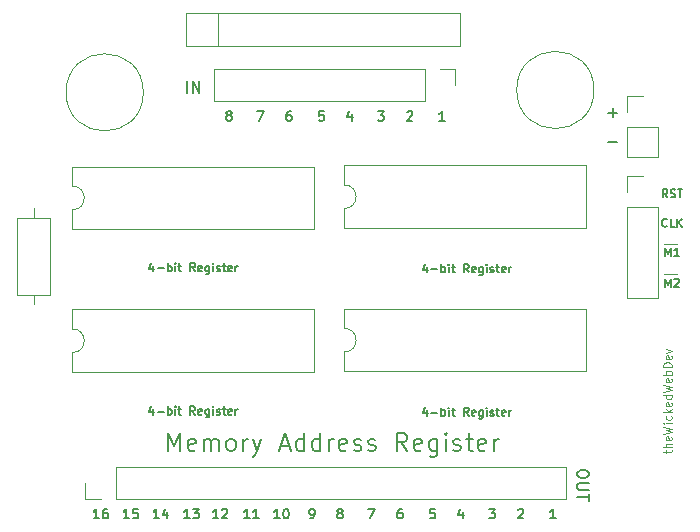
<source format=gbr>
%TF.GenerationSoftware,KiCad,Pcbnew,(5.1.9-0-10_14)*%
%TF.CreationDate,2021-04-21T15:02:01-04:00*%
%TF.ProjectId,MAR,4d41522e-6b69-4636-9164-5f7063625858,rev?*%
%TF.SameCoordinates,Original*%
%TF.FileFunction,Legend,Top*%
%TF.FilePolarity,Positive*%
%FSLAX46Y46*%
G04 Gerber Fmt 4.6, Leading zero omitted, Abs format (unit mm)*
G04 Created by KiCad (PCBNEW (5.1.9-0-10_14)) date 2021-04-21 15:02:01*
%MOMM*%
%LPD*%
G01*
G04 APERTURE LIST*
%ADD10C,0.120000*%
%ADD11C,0.150000*%
%ADD12C,0.100000*%
G04 APERTURE END LIST*
D10*
X135382000Y-44602400D02*
X136499600Y-44602400D01*
X135382000Y-42011600D02*
X136499600Y-42011600D01*
D11*
X135475733Y-45681066D02*
X135475733Y-44981066D01*
X135709066Y-45481066D01*
X135942400Y-44981066D01*
X135942400Y-45681066D01*
X136242400Y-45047733D02*
X136275733Y-45014400D01*
X136342400Y-44981066D01*
X136509066Y-44981066D01*
X136575733Y-45014400D01*
X136609066Y-45047733D01*
X136642400Y-45114400D01*
X136642400Y-45181066D01*
X136609066Y-45281066D01*
X136209066Y-45681066D01*
X136642400Y-45681066D01*
X135475733Y-43090266D02*
X135475733Y-42390266D01*
X135709066Y-42890266D01*
X135942400Y-42390266D01*
X135942400Y-43090266D01*
X136642400Y-43090266D02*
X136242400Y-43090266D01*
X136442400Y-43090266D02*
X136442400Y-42390266D01*
X136375733Y-42490266D01*
X136309066Y-42556933D01*
X136242400Y-42590266D01*
X135625733Y-40534400D02*
X135592400Y-40567733D01*
X135492400Y-40601066D01*
X135425733Y-40601066D01*
X135325733Y-40567733D01*
X135259066Y-40501066D01*
X135225733Y-40434400D01*
X135192400Y-40301066D01*
X135192400Y-40201066D01*
X135225733Y-40067733D01*
X135259066Y-40001066D01*
X135325733Y-39934400D01*
X135425733Y-39901066D01*
X135492400Y-39901066D01*
X135592400Y-39934400D01*
X135625733Y-39967733D01*
X136259066Y-40601066D02*
X135925733Y-40601066D01*
X135925733Y-39901066D01*
X136492400Y-40601066D02*
X136492400Y-39901066D01*
X136892400Y-40601066D02*
X136592400Y-40201066D01*
X136892400Y-39901066D02*
X136492400Y-40301066D01*
X135659066Y-38111866D02*
X135425733Y-37778533D01*
X135259066Y-38111866D02*
X135259066Y-37411866D01*
X135525733Y-37411866D01*
X135592400Y-37445200D01*
X135625733Y-37478533D01*
X135659066Y-37545200D01*
X135659066Y-37645200D01*
X135625733Y-37711866D01*
X135592400Y-37745200D01*
X135525733Y-37778533D01*
X135259066Y-37778533D01*
X135925733Y-38078533D02*
X136025733Y-38111866D01*
X136192400Y-38111866D01*
X136259066Y-38078533D01*
X136292400Y-38045200D01*
X136325733Y-37978533D01*
X136325733Y-37911866D01*
X136292400Y-37845200D01*
X136259066Y-37811866D01*
X136192400Y-37778533D01*
X136059066Y-37745200D01*
X135992400Y-37711866D01*
X135959066Y-37678533D01*
X135925733Y-37611866D01*
X135925733Y-37545200D01*
X135959066Y-37478533D01*
X135992400Y-37445200D01*
X136059066Y-37411866D01*
X136225733Y-37411866D01*
X136325733Y-37445200D01*
X136525733Y-37411866D02*
X136925733Y-37411866D01*
X136725733Y-38111866D02*
X136725733Y-37411866D01*
X130632247Y-33396228D02*
X131394152Y-33396228D01*
X130632247Y-30957828D02*
X131394152Y-30957828D01*
X131013200Y-31338780D02*
X131013200Y-30576876D01*
X129020819Y-61433200D02*
X129020819Y-61623676D01*
X128973200Y-61718914D01*
X128877961Y-61814152D01*
X128687485Y-61861771D01*
X128354152Y-61861771D01*
X128163676Y-61814152D01*
X128068438Y-61718914D01*
X128020819Y-61623676D01*
X128020819Y-61433200D01*
X128068438Y-61337961D01*
X128163676Y-61242723D01*
X128354152Y-61195104D01*
X128687485Y-61195104D01*
X128877961Y-61242723D01*
X128973200Y-61337961D01*
X129020819Y-61433200D01*
X129020819Y-62290342D02*
X128211295Y-62290342D01*
X128116057Y-62337961D01*
X128068438Y-62385580D01*
X128020819Y-62480819D01*
X128020819Y-62671295D01*
X128068438Y-62766533D01*
X128116057Y-62814152D01*
X128211295Y-62861771D01*
X129020819Y-62861771D01*
X129020819Y-63195104D02*
X129020819Y-63766533D01*
X128020819Y-63480819D02*
X129020819Y-63480819D01*
X94980190Y-29255980D02*
X94980190Y-28255980D01*
X95456380Y-29255980D02*
X95456380Y-28255980D01*
X96027809Y-29255980D01*
X96027809Y-28255980D01*
X108915180Y-31070571D02*
X108915180Y-31603904D01*
X108724704Y-30765809D02*
X108534228Y-31337238D01*
X109029466Y-31337238D01*
X111137733Y-30803904D02*
X111632971Y-30803904D01*
X111366304Y-31108666D01*
X111480590Y-31108666D01*
X111556780Y-31146761D01*
X111594876Y-31184857D01*
X111632971Y-31261047D01*
X111632971Y-31451523D01*
X111594876Y-31527714D01*
X111556780Y-31565809D01*
X111480590Y-31603904D01*
X111252019Y-31603904D01*
X111175828Y-31565809D01*
X111137733Y-31527714D01*
X103784380Y-30803904D02*
X103632000Y-30803904D01*
X103555809Y-30842000D01*
X103517714Y-30880095D01*
X103441523Y-30994380D01*
X103403428Y-31146761D01*
X103403428Y-31451523D01*
X103441523Y-31527714D01*
X103479619Y-31565809D01*
X103555809Y-31603904D01*
X103708190Y-31603904D01*
X103784380Y-31565809D01*
X103822476Y-31527714D01*
X103860571Y-31451523D01*
X103860571Y-31261047D01*
X103822476Y-31184857D01*
X103784380Y-31146761D01*
X103708190Y-31108666D01*
X103555809Y-31108666D01*
X103479619Y-31146761D01*
X103441523Y-31184857D01*
X103403428Y-31261047D01*
X100926933Y-30803904D02*
X101460266Y-30803904D01*
X101117409Y-31603904D01*
X98475809Y-31146761D02*
X98399619Y-31108666D01*
X98361523Y-31070571D01*
X98323428Y-30994380D01*
X98323428Y-30956285D01*
X98361523Y-30880095D01*
X98399619Y-30842000D01*
X98475809Y-30803904D01*
X98628190Y-30803904D01*
X98704380Y-30842000D01*
X98742476Y-30880095D01*
X98780571Y-30956285D01*
X98780571Y-30994380D01*
X98742476Y-31070571D01*
X98704380Y-31108666D01*
X98628190Y-31146761D01*
X98475809Y-31146761D01*
X98399619Y-31184857D01*
X98361523Y-31222952D01*
X98323428Y-31299142D01*
X98323428Y-31451523D01*
X98361523Y-31527714D01*
X98399619Y-31565809D01*
X98475809Y-31603904D01*
X98628190Y-31603904D01*
X98704380Y-31565809D01*
X98742476Y-31527714D01*
X98780571Y-31451523D01*
X98780571Y-31299142D01*
X98742476Y-31222952D01*
X98704380Y-31184857D01*
X98628190Y-31146761D01*
X113614228Y-30880095D02*
X113652323Y-30842000D01*
X113728514Y-30803904D01*
X113918990Y-30803904D01*
X113995180Y-30842000D01*
X114033276Y-30880095D01*
X114071371Y-30956285D01*
X114071371Y-31032476D01*
X114033276Y-31146761D01*
X113576133Y-31603904D01*
X114071371Y-31603904D01*
X116814571Y-31603904D02*
X116357428Y-31603904D01*
X116586000Y-31603904D02*
X116586000Y-30803904D01*
X116509809Y-30918190D01*
X116433619Y-30994380D01*
X116357428Y-31032476D01*
X106565676Y-30803904D02*
X106184723Y-30803904D01*
X106146628Y-31184857D01*
X106184723Y-31146761D01*
X106260914Y-31108666D01*
X106451390Y-31108666D01*
X106527580Y-31146761D01*
X106565676Y-31184857D01*
X106603771Y-31261047D01*
X106603771Y-31451523D01*
X106565676Y-31527714D01*
X106527580Y-31565809D01*
X106451390Y-31603904D01*
X106260914Y-31603904D01*
X106184723Y-31565809D01*
X106146628Y-31527714D01*
D12*
X135536800Y-59771200D02*
X135536800Y-59504533D01*
X135303466Y-59671200D02*
X135903466Y-59671200D01*
X135970133Y-59637866D01*
X136003466Y-59571200D01*
X136003466Y-59504533D01*
X136003466Y-59271200D02*
X135303466Y-59271200D01*
X136003466Y-58971200D02*
X135636800Y-58971200D01*
X135570133Y-59004533D01*
X135536800Y-59071200D01*
X135536800Y-59171200D01*
X135570133Y-59237866D01*
X135603466Y-59271200D01*
X135970133Y-58371200D02*
X136003466Y-58437866D01*
X136003466Y-58571200D01*
X135970133Y-58637866D01*
X135903466Y-58671200D01*
X135636800Y-58671200D01*
X135570133Y-58637866D01*
X135536800Y-58571200D01*
X135536800Y-58437866D01*
X135570133Y-58371200D01*
X135636800Y-58337866D01*
X135703466Y-58337866D01*
X135770133Y-58671200D01*
X135303466Y-58104533D02*
X136003466Y-57937866D01*
X135503466Y-57804533D01*
X136003466Y-57671200D01*
X135303466Y-57504533D01*
X136003466Y-57237866D02*
X135536800Y-57237866D01*
X135303466Y-57237866D02*
X135336800Y-57271200D01*
X135370133Y-57237866D01*
X135336800Y-57204533D01*
X135303466Y-57237866D01*
X135370133Y-57237866D01*
X135970133Y-56604533D02*
X136003466Y-56671200D01*
X136003466Y-56804533D01*
X135970133Y-56871200D01*
X135936800Y-56904533D01*
X135870133Y-56937866D01*
X135670133Y-56937866D01*
X135603466Y-56904533D01*
X135570133Y-56871200D01*
X135536800Y-56804533D01*
X135536800Y-56671200D01*
X135570133Y-56604533D01*
X136003466Y-56304533D02*
X135303466Y-56304533D01*
X135736800Y-56237866D02*
X136003466Y-56037866D01*
X135536800Y-56037866D02*
X135803466Y-56304533D01*
X135970133Y-55471200D02*
X136003466Y-55537866D01*
X136003466Y-55671200D01*
X135970133Y-55737866D01*
X135903466Y-55771200D01*
X135636800Y-55771200D01*
X135570133Y-55737866D01*
X135536800Y-55671200D01*
X135536800Y-55537866D01*
X135570133Y-55471200D01*
X135636800Y-55437866D01*
X135703466Y-55437866D01*
X135770133Y-55771200D01*
X136003466Y-54837866D02*
X135303466Y-54837866D01*
X135970133Y-54837866D02*
X136003466Y-54904533D01*
X136003466Y-55037866D01*
X135970133Y-55104533D01*
X135936800Y-55137866D01*
X135870133Y-55171200D01*
X135670133Y-55171200D01*
X135603466Y-55137866D01*
X135570133Y-55104533D01*
X135536800Y-55037866D01*
X135536800Y-54904533D01*
X135570133Y-54837866D01*
X135303466Y-54571200D02*
X136003466Y-54404533D01*
X135503466Y-54271200D01*
X136003466Y-54137866D01*
X135303466Y-53971200D01*
X135970133Y-53437866D02*
X136003466Y-53504533D01*
X136003466Y-53637866D01*
X135970133Y-53704533D01*
X135903466Y-53737866D01*
X135636800Y-53737866D01*
X135570133Y-53704533D01*
X135536800Y-53637866D01*
X135536800Y-53504533D01*
X135570133Y-53437866D01*
X135636800Y-53404533D01*
X135703466Y-53404533D01*
X135770133Y-53737866D01*
X136003466Y-53104533D02*
X135303466Y-53104533D01*
X135570133Y-53104533D02*
X135536800Y-53037866D01*
X135536800Y-52904533D01*
X135570133Y-52837866D01*
X135603466Y-52804533D01*
X135670133Y-52771200D01*
X135870133Y-52771200D01*
X135936800Y-52804533D01*
X135970133Y-52837866D01*
X136003466Y-52904533D01*
X136003466Y-53037866D01*
X135970133Y-53104533D01*
X136003466Y-52471200D02*
X135303466Y-52471200D01*
X135303466Y-52304533D01*
X135336800Y-52204533D01*
X135403466Y-52137866D01*
X135470133Y-52104533D01*
X135603466Y-52071200D01*
X135703466Y-52071200D01*
X135836800Y-52104533D01*
X135903466Y-52137866D01*
X135970133Y-52204533D01*
X136003466Y-52304533D01*
X136003466Y-52471200D01*
X135970133Y-51504533D02*
X136003466Y-51571200D01*
X136003466Y-51704533D01*
X135970133Y-51771200D01*
X135903466Y-51804533D01*
X135636800Y-51804533D01*
X135570133Y-51771200D01*
X135536800Y-51704533D01*
X135536800Y-51571200D01*
X135570133Y-51504533D01*
X135636800Y-51471200D01*
X135703466Y-51471200D01*
X135770133Y-51804533D01*
X135536800Y-51237866D02*
X136003466Y-51071200D01*
X135536800Y-50904533D01*
D11*
X97637619Y-65284304D02*
X97180476Y-65284304D01*
X97409047Y-65284304D02*
X97409047Y-64484304D01*
X97332857Y-64598590D01*
X97256666Y-64674780D01*
X97180476Y-64712876D01*
X97942380Y-64560495D02*
X97980476Y-64522400D01*
X98056666Y-64484304D01*
X98247142Y-64484304D01*
X98323333Y-64522400D01*
X98361428Y-64560495D01*
X98399523Y-64636685D01*
X98399523Y-64712876D01*
X98361428Y-64827161D01*
X97904285Y-65284304D01*
X98399523Y-65284304D01*
X100279219Y-65284304D02*
X99822076Y-65284304D01*
X100050647Y-65284304D02*
X100050647Y-64484304D01*
X99974457Y-64598590D01*
X99898266Y-64674780D01*
X99822076Y-64712876D01*
X101041123Y-65284304D02*
X100583980Y-65284304D01*
X100812552Y-65284304D02*
X100812552Y-64484304D01*
X100736361Y-64598590D01*
X100660171Y-64674780D01*
X100583980Y-64712876D01*
X92608419Y-65284304D02*
X92151276Y-65284304D01*
X92379847Y-65284304D02*
X92379847Y-64484304D01*
X92303657Y-64598590D01*
X92227466Y-64674780D01*
X92151276Y-64712876D01*
X93294133Y-64750971D02*
X93294133Y-65284304D01*
X93103657Y-64446209D02*
X92913180Y-65017638D01*
X93408419Y-65017638D01*
X90068419Y-65284304D02*
X89611276Y-65284304D01*
X89839847Y-65284304D02*
X89839847Y-64484304D01*
X89763657Y-64598590D01*
X89687466Y-64674780D01*
X89611276Y-64712876D01*
X90792228Y-64484304D02*
X90411276Y-64484304D01*
X90373180Y-64865257D01*
X90411276Y-64827161D01*
X90487466Y-64789066D01*
X90677942Y-64789066D01*
X90754133Y-64827161D01*
X90792228Y-64865257D01*
X90830323Y-64941447D01*
X90830323Y-65131923D01*
X90792228Y-65208114D01*
X90754133Y-65246209D01*
X90677942Y-65284304D01*
X90487466Y-65284304D01*
X90411276Y-65246209D01*
X90373180Y-65208114D01*
X87528419Y-65284304D02*
X87071276Y-65284304D01*
X87299847Y-65284304D02*
X87299847Y-64484304D01*
X87223657Y-64598590D01*
X87147466Y-64674780D01*
X87071276Y-64712876D01*
X88214133Y-64484304D02*
X88061752Y-64484304D01*
X87985561Y-64522400D01*
X87947466Y-64560495D01*
X87871276Y-64674780D01*
X87833180Y-64827161D01*
X87833180Y-65131923D01*
X87871276Y-65208114D01*
X87909371Y-65246209D01*
X87985561Y-65284304D01*
X88137942Y-65284304D01*
X88214133Y-65246209D01*
X88252228Y-65208114D01*
X88290323Y-65131923D01*
X88290323Y-64941447D01*
X88252228Y-64865257D01*
X88214133Y-64827161D01*
X88137942Y-64789066D01*
X87985561Y-64789066D01*
X87909371Y-64827161D01*
X87871276Y-64865257D01*
X87833180Y-64941447D01*
X102819219Y-65284304D02*
X102362076Y-65284304D01*
X102590647Y-65284304D02*
X102590647Y-64484304D01*
X102514457Y-64598590D01*
X102438266Y-64674780D01*
X102362076Y-64712876D01*
X103314457Y-64484304D02*
X103390647Y-64484304D01*
X103466838Y-64522400D01*
X103504933Y-64560495D01*
X103543028Y-64636685D01*
X103581123Y-64789066D01*
X103581123Y-64979542D01*
X103543028Y-65131923D01*
X103504933Y-65208114D01*
X103466838Y-65246209D01*
X103390647Y-65284304D01*
X103314457Y-65284304D01*
X103238266Y-65246209D01*
X103200171Y-65208114D01*
X103162076Y-65131923D01*
X103123980Y-64979542D01*
X103123980Y-64789066D01*
X103162076Y-64636685D01*
X103200171Y-64560495D01*
X103238266Y-64522400D01*
X103314457Y-64484304D01*
X105410019Y-65284304D02*
X105562400Y-65284304D01*
X105638590Y-65246209D01*
X105676685Y-65208114D01*
X105752876Y-65093828D01*
X105790971Y-64941447D01*
X105790971Y-64636685D01*
X105752876Y-64560495D01*
X105714780Y-64522400D01*
X105638590Y-64484304D01*
X105486209Y-64484304D01*
X105410019Y-64522400D01*
X105371923Y-64560495D01*
X105333828Y-64636685D01*
X105333828Y-64827161D01*
X105371923Y-64903352D01*
X105410019Y-64941447D01*
X105486209Y-64979542D01*
X105638590Y-64979542D01*
X105714780Y-64941447D01*
X105752876Y-64903352D01*
X105790971Y-64827161D01*
X95199219Y-65284304D02*
X94742076Y-65284304D01*
X94970647Y-65284304D02*
X94970647Y-64484304D01*
X94894457Y-64598590D01*
X94818266Y-64674780D01*
X94742076Y-64712876D01*
X95465885Y-64484304D02*
X95961123Y-64484304D01*
X95694457Y-64789066D01*
X95808742Y-64789066D01*
X95884933Y-64827161D01*
X95923028Y-64865257D01*
X95961123Y-64941447D01*
X95961123Y-65131923D01*
X95923028Y-65208114D01*
X95884933Y-65246209D01*
X95808742Y-65284304D01*
X95580171Y-65284304D01*
X95503980Y-65246209D01*
X95465885Y-65208114D01*
X107873809Y-64827161D02*
X107797619Y-64789066D01*
X107759523Y-64750971D01*
X107721428Y-64674780D01*
X107721428Y-64636685D01*
X107759523Y-64560495D01*
X107797619Y-64522400D01*
X107873809Y-64484304D01*
X108026190Y-64484304D01*
X108102380Y-64522400D01*
X108140476Y-64560495D01*
X108178571Y-64636685D01*
X108178571Y-64674780D01*
X108140476Y-64750971D01*
X108102380Y-64789066D01*
X108026190Y-64827161D01*
X107873809Y-64827161D01*
X107797619Y-64865257D01*
X107759523Y-64903352D01*
X107721428Y-64979542D01*
X107721428Y-65131923D01*
X107759523Y-65208114D01*
X107797619Y-65246209D01*
X107873809Y-65284304D01*
X108026190Y-65284304D01*
X108102380Y-65246209D01*
X108140476Y-65208114D01*
X108178571Y-65131923D01*
X108178571Y-64979542D01*
X108140476Y-64903352D01*
X108102380Y-64865257D01*
X108026190Y-64827161D01*
X110324933Y-64484304D02*
X110858266Y-64484304D01*
X110515409Y-65284304D01*
X113182380Y-64484304D02*
X113030000Y-64484304D01*
X112953809Y-64522400D01*
X112915714Y-64560495D01*
X112839523Y-64674780D01*
X112801428Y-64827161D01*
X112801428Y-65131923D01*
X112839523Y-65208114D01*
X112877619Y-65246209D01*
X112953809Y-65284304D01*
X113106190Y-65284304D01*
X113182380Y-65246209D01*
X113220476Y-65208114D01*
X113258571Y-65131923D01*
X113258571Y-64941447D01*
X113220476Y-64865257D01*
X113182380Y-64827161D01*
X113106190Y-64789066D01*
X112953809Y-64789066D01*
X112877619Y-64827161D01*
X112839523Y-64865257D01*
X112801428Y-64941447D01*
X115963676Y-64484304D02*
X115582723Y-64484304D01*
X115544628Y-64865257D01*
X115582723Y-64827161D01*
X115658914Y-64789066D01*
X115849390Y-64789066D01*
X115925580Y-64827161D01*
X115963676Y-64865257D01*
X116001771Y-64941447D01*
X116001771Y-65131923D01*
X115963676Y-65208114D01*
X115925580Y-65246209D01*
X115849390Y-65284304D01*
X115658914Y-65284304D01*
X115582723Y-65246209D01*
X115544628Y-65208114D01*
X118313180Y-64750971D02*
X118313180Y-65284304D01*
X118122704Y-64446209D02*
X117932228Y-65017638D01*
X118427466Y-65017638D01*
X120535733Y-64484304D02*
X121030971Y-64484304D01*
X120764304Y-64789066D01*
X120878590Y-64789066D01*
X120954780Y-64827161D01*
X120992876Y-64865257D01*
X121030971Y-64941447D01*
X121030971Y-65131923D01*
X120992876Y-65208114D01*
X120954780Y-65246209D01*
X120878590Y-65284304D01*
X120650019Y-65284304D01*
X120573828Y-65246209D01*
X120535733Y-65208114D01*
X123012228Y-64560495D02*
X123050323Y-64522400D01*
X123126514Y-64484304D01*
X123316990Y-64484304D01*
X123393180Y-64522400D01*
X123431276Y-64560495D01*
X123469371Y-64636685D01*
X123469371Y-64712876D01*
X123431276Y-64827161D01*
X122974133Y-65284304D01*
X123469371Y-65284304D01*
X126212571Y-65284304D02*
X125755428Y-65284304D01*
X125984000Y-65284304D02*
X125984000Y-64484304D01*
X125907809Y-64598590D01*
X125831619Y-64674780D01*
X125755428Y-64712876D01*
X115285466Y-56136400D02*
X115285466Y-56603066D01*
X115118800Y-55869733D02*
X114952133Y-56369733D01*
X115385466Y-56369733D01*
X115652133Y-56336400D02*
X116185466Y-56336400D01*
X116518800Y-56603066D02*
X116518800Y-55903066D01*
X116518800Y-56169733D02*
X116585466Y-56136400D01*
X116718800Y-56136400D01*
X116785466Y-56169733D01*
X116818800Y-56203066D01*
X116852133Y-56269733D01*
X116852133Y-56469733D01*
X116818800Y-56536400D01*
X116785466Y-56569733D01*
X116718800Y-56603066D01*
X116585466Y-56603066D01*
X116518800Y-56569733D01*
X117152133Y-56603066D02*
X117152133Y-56136400D01*
X117152133Y-55903066D02*
X117118800Y-55936400D01*
X117152133Y-55969733D01*
X117185466Y-55936400D01*
X117152133Y-55903066D01*
X117152133Y-55969733D01*
X117385466Y-56136400D02*
X117652133Y-56136400D01*
X117485466Y-55903066D02*
X117485466Y-56503066D01*
X117518800Y-56569733D01*
X117585466Y-56603066D01*
X117652133Y-56603066D01*
X118818800Y-56603066D02*
X118585466Y-56269733D01*
X118418800Y-56603066D02*
X118418800Y-55903066D01*
X118685466Y-55903066D01*
X118752133Y-55936400D01*
X118785466Y-55969733D01*
X118818800Y-56036400D01*
X118818800Y-56136400D01*
X118785466Y-56203066D01*
X118752133Y-56236400D01*
X118685466Y-56269733D01*
X118418800Y-56269733D01*
X119385466Y-56569733D02*
X119318800Y-56603066D01*
X119185466Y-56603066D01*
X119118800Y-56569733D01*
X119085466Y-56503066D01*
X119085466Y-56236400D01*
X119118800Y-56169733D01*
X119185466Y-56136400D01*
X119318800Y-56136400D01*
X119385466Y-56169733D01*
X119418800Y-56236400D01*
X119418800Y-56303066D01*
X119085466Y-56369733D01*
X120018800Y-56136400D02*
X120018800Y-56703066D01*
X119985466Y-56769733D01*
X119952133Y-56803066D01*
X119885466Y-56836400D01*
X119785466Y-56836400D01*
X119718800Y-56803066D01*
X120018800Y-56569733D02*
X119952133Y-56603066D01*
X119818800Y-56603066D01*
X119752133Y-56569733D01*
X119718800Y-56536400D01*
X119685466Y-56469733D01*
X119685466Y-56269733D01*
X119718800Y-56203066D01*
X119752133Y-56169733D01*
X119818800Y-56136400D01*
X119952133Y-56136400D01*
X120018800Y-56169733D01*
X120352133Y-56603066D02*
X120352133Y-56136400D01*
X120352133Y-55903066D02*
X120318800Y-55936400D01*
X120352133Y-55969733D01*
X120385466Y-55936400D01*
X120352133Y-55903066D01*
X120352133Y-55969733D01*
X120652133Y-56569733D02*
X120718800Y-56603066D01*
X120852133Y-56603066D01*
X120918800Y-56569733D01*
X120952133Y-56503066D01*
X120952133Y-56469733D01*
X120918800Y-56403066D01*
X120852133Y-56369733D01*
X120752133Y-56369733D01*
X120685466Y-56336400D01*
X120652133Y-56269733D01*
X120652133Y-56236400D01*
X120685466Y-56169733D01*
X120752133Y-56136400D01*
X120852133Y-56136400D01*
X120918800Y-56169733D01*
X121152133Y-56136400D02*
X121418800Y-56136400D01*
X121252133Y-55903066D02*
X121252133Y-56503066D01*
X121285466Y-56569733D01*
X121352133Y-56603066D01*
X121418800Y-56603066D01*
X121918800Y-56569733D02*
X121852133Y-56603066D01*
X121718800Y-56603066D01*
X121652133Y-56569733D01*
X121618800Y-56503066D01*
X121618800Y-56236400D01*
X121652133Y-56169733D01*
X121718800Y-56136400D01*
X121852133Y-56136400D01*
X121918800Y-56169733D01*
X121952133Y-56236400D01*
X121952133Y-56303066D01*
X121618800Y-56369733D01*
X122252133Y-56603066D02*
X122252133Y-56136400D01*
X122252133Y-56269733D02*
X122285466Y-56203066D01*
X122318800Y-56169733D01*
X122385466Y-56136400D01*
X122452133Y-56136400D01*
X115285466Y-43995200D02*
X115285466Y-44461866D01*
X115118800Y-43728533D02*
X114952133Y-44228533D01*
X115385466Y-44228533D01*
X115652133Y-44195200D02*
X116185466Y-44195200D01*
X116518800Y-44461866D02*
X116518800Y-43761866D01*
X116518800Y-44028533D02*
X116585466Y-43995200D01*
X116718800Y-43995200D01*
X116785466Y-44028533D01*
X116818800Y-44061866D01*
X116852133Y-44128533D01*
X116852133Y-44328533D01*
X116818800Y-44395200D01*
X116785466Y-44428533D01*
X116718800Y-44461866D01*
X116585466Y-44461866D01*
X116518800Y-44428533D01*
X117152133Y-44461866D02*
X117152133Y-43995200D01*
X117152133Y-43761866D02*
X117118800Y-43795200D01*
X117152133Y-43828533D01*
X117185466Y-43795200D01*
X117152133Y-43761866D01*
X117152133Y-43828533D01*
X117385466Y-43995200D02*
X117652133Y-43995200D01*
X117485466Y-43761866D02*
X117485466Y-44361866D01*
X117518800Y-44428533D01*
X117585466Y-44461866D01*
X117652133Y-44461866D01*
X118818800Y-44461866D02*
X118585466Y-44128533D01*
X118418800Y-44461866D02*
X118418800Y-43761866D01*
X118685466Y-43761866D01*
X118752133Y-43795200D01*
X118785466Y-43828533D01*
X118818800Y-43895200D01*
X118818800Y-43995200D01*
X118785466Y-44061866D01*
X118752133Y-44095200D01*
X118685466Y-44128533D01*
X118418800Y-44128533D01*
X119385466Y-44428533D02*
X119318800Y-44461866D01*
X119185466Y-44461866D01*
X119118800Y-44428533D01*
X119085466Y-44361866D01*
X119085466Y-44095200D01*
X119118800Y-44028533D01*
X119185466Y-43995200D01*
X119318800Y-43995200D01*
X119385466Y-44028533D01*
X119418800Y-44095200D01*
X119418800Y-44161866D01*
X119085466Y-44228533D01*
X120018800Y-43995200D02*
X120018800Y-44561866D01*
X119985466Y-44628533D01*
X119952133Y-44661866D01*
X119885466Y-44695200D01*
X119785466Y-44695200D01*
X119718800Y-44661866D01*
X120018800Y-44428533D02*
X119952133Y-44461866D01*
X119818800Y-44461866D01*
X119752133Y-44428533D01*
X119718800Y-44395200D01*
X119685466Y-44328533D01*
X119685466Y-44128533D01*
X119718800Y-44061866D01*
X119752133Y-44028533D01*
X119818800Y-43995200D01*
X119952133Y-43995200D01*
X120018800Y-44028533D01*
X120352133Y-44461866D02*
X120352133Y-43995200D01*
X120352133Y-43761866D02*
X120318800Y-43795200D01*
X120352133Y-43828533D01*
X120385466Y-43795200D01*
X120352133Y-43761866D01*
X120352133Y-43828533D01*
X120652133Y-44428533D02*
X120718800Y-44461866D01*
X120852133Y-44461866D01*
X120918800Y-44428533D01*
X120952133Y-44361866D01*
X120952133Y-44328533D01*
X120918800Y-44261866D01*
X120852133Y-44228533D01*
X120752133Y-44228533D01*
X120685466Y-44195200D01*
X120652133Y-44128533D01*
X120652133Y-44095200D01*
X120685466Y-44028533D01*
X120752133Y-43995200D01*
X120852133Y-43995200D01*
X120918800Y-44028533D01*
X121152133Y-43995200D02*
X121418800Y-43995200D01*
X121252133Y-43761866D02*
X121252133Y-44361866D01*
X121285466Y-44428533D01*
X121352133Y-44461866D01*
X121418800Y-44461866D01*
X121918800Y-44428533D02*
X121852133Y-44461866D01*
X121718800Y-44461866D01*
X121652133Y-44428533D01*
X121618800Y-44361866D01*
X121618800Y-44095200D01*
X121652133Y-44028533D01*
X121718800Y-43995200D01*
X121852133Y-43995200D01*
X121918800Y-44028533D01*
X121952133Y-44095200D01*
X121952133Y-44161866D01*
X121618800Y-44228533D01*
X122252133Y-44461866D02*
X122252133Y-43995200D01*
X122252133Y-44128533D02*
X122285466Y-44061866D01*
X122318800Y-44028533D01*
X122385466Y-43995200D01*
X122452133Y-43995200D01*
X92120666Y-56034800D02*
X92120666Y-56501466D01*
X91954000Y-55768133D02*
X91787333Y-56268133D01*
X92220666Y-56268133D01*
X92487333Y-56234800D02*
X93020666Y-56234800D01*
X93354000Y-56501466D02*
X93354000Y-55801466D01*
X93354000Y-56068133D02*
X93420666Y-56034800D01*
X93554000Y-56034800D01*
X93620666Y-56068133D01*
X93654000Y-56101466D01*
X93687333Y-56168133D01*
X93687333Y-56368133D01*
X93654000Y-56434800D01*
X93620666Y-56468133D01*
X93554000Y-56501466D01*
X93420666Y-56501466D01*
X93354000Y-56468133D01*
X93987333Y-56501466D02*
X93987333Y-56034800D01*
X93987333Y-55801466D02*
X93954000Y-55834800D01*
X93987333Y-55868133D01*
X94020666Y-55834800D01*
X93987333Y-55801466D01*
X93987333Y-55868133D01*
X94220666Y-56034800D02*
X94487333Y-56034800D01*
X94320666Y-55801466D02*
X94320666Y-56401466D01*
X94354000Y-56468133D01*
X94420666Y-56501466D01*
X94487333Y-56501466D01*
X95654000Y-56501466D02*
X95420666Y-56168133D01*
X95254000Y-56501466D02*
X95254000Y-55801466D01*
X95520666Y-55801466D01*
X95587333Y-55834800D01*
X95620666Y-55868133D01*
X95654000Y-55934800D01*
X95654000Y-56034800D01*
X95620666Y-56101466D01*
X95587333Y-56134800D01*
X95520666Y-56168133D01*
X95254000Y-56168133D01*
X96220666Y-56468133D02*
X96154000Y-56501466D01*
X96020666Y-56501466D01*
X95954000Y-56468133D01*
X95920666Y-56401466D01*
X95920666Y-56134800D01*
X95954000Y-56068133D01*
X96020666Y-56034800D01*
X96154000Y-56034800D01*
X96220666Y-56068133D01*
X96254000Y-56134800D01*
X96254000Y-56201466D01*
X95920666Y-56268133D01*
X96854000Y-56034800D02*
X96854000Y-56601466D01*
X96820666Y-56668133D01*
X96787333Y-56701466D01*
X96720666Y-56734800D01*
X96620666Y-56734800D01*
X96554000Y-56701466D01*
X96854000Y-56468133D02*
X96787333Y-56501466D01*
X96654000Y-56501466D01*
X96587333Y-56468133D01*
X96554000Y-56434800D01*
X96520666Y-56368133D01*
X96520666Y-56168133D01*
X96554000Y-56101466D01*
X96587333Y-56068133D01*
X96654000Y-56034800D01*
X96787333Y-56034800D01*
X96854000Y-56068133D01*
X97187333Y-56501466D02*
X97187333Y-56034800D01*
X97187333Y-55801466D02*
X97154000Y-55834800D01*
X97187333Y-55868133D01*
X97220666Y-55834800D01*
X97187333Y-55801466D01*
X97187333Y-55868133D01*
X97487333Y-56468133D02*
X97554000Y-56501466D01*
X97687333Y-56501466D01*
X97754000Y-56468133D01*
X97787333Y-56401466D01*
X97787333Y-56368133D01*
X97754000Y-56301466D01*
X97687333Y-56268133D01*
X97587333Y-56268133D01*
X97520666Y-56234800D01*
X97487333Y-56168133D01*
X97487333Y-56134800D01*
X97520666Y-56068133D01*
X97587333Y-56034800D01*
X97687333Y-56034800D01*
X97754000Y-56068133D01*
X97987333Y-56034800D02*
X98254000Y-56034800D01*
X98087333Y-55801466D02*
X98087333Y-56401466D01*
X98120666Y-56468133D01*
X98187333Y-56501466D01*
X98254000Y-56501466D01*
X98754000Y-56468133D02*
X98687333Y-56501466D01*
X98554000Y-56501466D01*
X98487333Y-56468133D01*
X98454000Y-56401466D01*
X98454000Y-56134800D01*
X98487333Y-56068133D01*
X98554000Y-56034800D01*
X98687333Y-56034800D01*
X98754000Y-56068133D01*
X98787333Y-56134800D01*
X98787333Y-56201466D01*
X98454000Y-56268133D01*
X99087333Y-56501466D02*
X99087333Y-56034800D01*
X99087333Y-56168133D02*
X99120666Y-56101466D01*
X99154000Y-56068133D01*
X99220666Y-56034800D01*
X99287333Y-56034800D01*
X92120666Y-43893600D02*
X92120666Y-44360266D01*
X91954000Y-43626933D02*
X91787333Y-44126933D01*
X92220666Y-44126933D01*
X92487333Y-44093600D02*
X93020666Y-44093600D01*
X93354000Y-44360266D02*
X93354000Y-43660266D01*
X93354000Y-43926933D02*
X93420666Y-43893600D01*
X93554000Y-43893600D01*
X93620666Y-43926933D01*
X93654000Y-43960266D01*
X93687333Y-44026933D01*
X93687333Y-44226933D01*
X93654000Y-44293600D01*
X93620666Y-44326933D01*
X93554000Y-44360266D01*
X93420666Y-44360266D01*
X93354000Y-44326933D01*
X93987333Y-44360266D02*
X93987333Y-43893600D01*
X93987333Y-43660266D02*
X93954000Y-43693600D01*
X93987333Y-43726933D01*
X94020666Y-43693600D01*
X93987333Y-43660266D01*
X93987333Y-43726933D01*
X94220666Y-43893600D02*
X94487333Y-43893600D01*
X94320666Y-43660266D02*
X94320666Y-44260266D01*
X94354000Y-44326933D01*
X94420666Y-44360266D01*
X94487333Y-44360266D01*
X95654000Y-44360266D02*
X95420666Y-44026933D01*
X95254000Y-44360266D02*
X95254000Y-43660266D01*
X95520666Y-43660266D01*
X95587333Y-43693600D01*
X95620666Y-43726933D01*
X95654000Y-43793600D01*
X95654000Y-43893600D01*
X95620666Y-43960266D01*
X95587333Y-43993600D01*
X95520666Y-44026933D01*
X95254000Y-44026933D01*
X96220666Y-44326933D02*
X96154000Y-44360266D01*
X96020666Y-44360266D01*
X95954000Y-44326933D01*
X95920666Y-44260266D01*
X95920666Y-43993600D01*
X95954000Y-43926933D01*
X96020666Y-43893600D01*
X96154000Y-43893600D01*
X96220666Y-43926933D01*
X96254000Y-43993600D01*
X96254000Y-44060266D01*
X95920666Y-44126933D01*
X96854000Y-43893600D02*
X96854000Y-44460266D01*
X96820666Y-44526933D01*
X96787333Y-44560266D01*
X96720666Y-44593600D01*
X96620666Y-44593600D01*
X96554000Y-44560266D01*
X96854000Y-44326933D02*
X96787333Y-44360266D01*
X96654000Y-44360266D01*
X96587333Y-44326933D01*
X96554000Y-44293600D01*
X96520666Y-44226933D01*
X96520666Y-44026933D01*
X96554000Y-43960266D01*
X96587333Y-43926933D01*
X96654000Y-43893600D01*
X96787333Y-43893600D01*
X96854000Y-43926933D01*
X97187333Y-44360266D02*
X97187333Y-43893600D01*
X97187333Y-43660266D02*
X97154000Y-43693600D01*
X97187333Y-43726933D01*
X97220666Y-43693600D01*
X97187333Y-43660266D01*
X97187333Y-43726933D01*
X97487333Y-44326933D02*
X97554000Y-44360266D01*
X97687333Y-44360266D01*
X97754000Y-44326933D01*
X97787333Y-44260266D01*
X97787333Y-44226933D01*
X97754000Y-44160266D01*
X97687333Y-44126933D01*
X97587333Y-44126933D01*
X97520666Y-44093600D01*
X97487333Y-44026933D01*
X97487333Y-43993600D01*
X97520666Y-43926933D01*
X97587333Y-43893600D01*
X97687333Y-43893600D01*
X97754000Y-43926933D01*
X97987333Y-43893600D02*
X98254000Y-43893600D01*
X98087333Y-43660266D02*
X98087333Y-44260266D01*
X98120666Y-44326933D01*
X98187333Y-44360266D01*
X98254000Y-44360266D01*
X98754000Y-44326933D02*
X98687333Y-44360266D01*
X98554000Y-44360266D01*
X98487333Y-44326933D01*
X98454000Y-44260266D01*
X98454000Y-43993600D01*
X98487333Y-43926933D01*
X98554000Y-43893600D01*
X98687333Y-43893600D01*
X98754000Y-43926933D01*
X98787333Y-43993600D01*
X98787333Y-44060266D01*
X98454000Y-44126933D01*
X99087333Y-44360266D02*
X99087333Y-43893600D01*
X99087333Y-44026933D02*
X99120666Y-43960266D01*
X99154000Y-43926933D01*
X99220666Y-43893600D01*
X99287333Y-43893600D01*
X93396742Y-59555771D02*
X93396742Y-58055771D01*
X93896742Y-59127200D01*
X94396742Y-58055771D01*
X94396742Y-59555771D01*
X95682457Y-59484342D02*
X95539600Y-59555771D01*
X95253885Y-59555771D01*
X95111028Y-59484342D01*
X95039600Y-59341485D01*
X95039600Y-58770057D01*
X95111028Y-58627200D01*
X95253885Y-58555771D01*
X95539600Y-58555771D01*
X95682457Y-58627200D01*
X95753885Y-58770057D01*
X95753885Y-58912914D01*
X95039600Y-59055771D01*
X96396742Y-59555771D02*
X96396742Y-58555771D01*
X96396742Y-58698628D02*
X96468171Y-58627200D01*
X96611028Y-58555771D01*
X96825314Y-58555771D01*
X96968171Y-58627200D01*
X97039600Y-58770057D01*
X97039600Y-59555771D01*
X97039600Y-58770057D02*
X97111028Y-58627200D01*
X97253885Y-58555771D01*
X97468171Y-58555771D01*
X97611028Y-58627200D01*
X97682457Y-58770057D01*
X97682457Y-59555771D01*
X98611028Y-59555771D02*
X98468171Y-59484342D01*
X98396742Y-59412914D01*
X98325314Y-59270057D01*
X98325314Y-58841485D01*
X98396742Y-58698628D01*
X98468171Y-58627200D01*
X98611028Y-58555771D01*
X98825314Y-58555771D01*
X98968171Y-58627200D01*
X99039600Y-58698628D01*
X99111028Y-58841485D01*
X99111028Y-59270057D01*
X99039600Y-59412914D01*
X98968171Y-59484342D01*
X98825314Y-59555771D01*
X98611028Y-59555771D01*
X99753885Y-59555771D02*
X99753885Y-58555771D01*
X99753885Y-58841485D02*
X99825314Y-58698628D01*
X99896742Y-58627200D01*
X100039600Y-58555771D01*
X100182457Y-58555771D01*
X100539600Y-58555771D02*
X100896742Y-59555771D01*
X101253885Y-58555771D02*
X100896742Y-59555771D01*
X100753885Y-59912914D01*
X100682457Y-59984342D01*
X100539600Y-60055771D01*
X102896742Y-59127200D02*
X103611028Y-59127200D01*
X102753885Y-59555771D02*
X103253885Y-58055771D01*
X103753885Y-59555771D01*
X104896742Y-59555771D02*
X104896742Y-58055771D01*
X104896742Y-59484342D02*
X104753885Y-59555771D01*
X104468171Y-59555771D01*
X104325314Y-59484342D01*
X104253885Y-59412914D01*
X104182457Y-59270057D01*
X104182457Y-58841485D01*
X104253885Y-58698628D01*
X104325314Y-58627200D01*
X104468171Y-58555771D01*
X104753885Y-58555771D01*
X104896742Y-58627200D01*
X106253885Y-59555771D02*
X106253885Y-58055771D01*
X106253885Y-59484342D02*
X106111028Y-59555771D01*
X105825314Y-59555771D01*
X105682457Y-59484342D01*
X105611028Y-59412914D01*
X105539600Y-59270057D01*
X105539600Y-58841485D01*
X105611028Y-58698628D01*
X105682457Y-58627200D01*
X105825314Y-58555771D01*
X106111028Y-58555771D01*
X106253885Y-58627200D01*
X106968171Y-59555771D02*
X106968171Y-58555771D01*
X106968171Y-58841485D02*
X107039600Y-58698628D01*
X107111028Y-58627200D01*
X107253885Y-58555771D01*
X107396742Y-58555771D01*
X108468171Y-59484342D02*
X108325314Y-59555771D01*
X108039600Y-59555771D01*
X107896742Y-59484342D01*
X107825314Y-59341485D01*
X107825314Y-58770057D01*
X107896742Y-58627200D01*
X108039600Y-58555771D01*
X108325314Y-58555771D01*
X108468171Y-58627200D01*
X108539600Y-58770057D01*
X108539600Y-58912914D01*
X107825314Y-59055771D01*
X109111028Y-59484342D02*
X109253885Y-59555771D01*
X109539600Y-59555771D01*
X109682457Y-59484342D01*
X109753885Y-59341485D01*
X109753885Y-59270057D01*
X109682457Y-59127200D01*
X109539600Y-59055771D01*
X109325314Y-59055771D01*
X109182457Y-58984342D01*
X109111028Y-58841485D01*
X109111028Y-58770057D01*
X109182457Y-58627200D01*
X109325314Y-58555771D01*
X109539600Y-58555771D01*
X109682457Y-58627200D01*
X110325314Y-59484342D02*
X110468171Y-59555771D01*
X110753885Y-59555771D01*
X110896742Y-59484342D01*
X110968171Y-59341485D01*
X110968171Y-59270057D01*
X110896742Y-59127200D01*
X110753885Y-59055771D01*
X110539600Y-59055771D01*
X110396742Y-58984342D01*
X110325314Y-58841485D01*
X110325314Y-58770057D01*
X110396742Y-58627200D01*
X110539600Y-58555771D01*
X110753885Y-58555771D01*
X110896742Y-58627200D01*
X113611028Y-59555771D02*
X113111028Y-58841485D01*
X112753885Y-59555771D02*
X112753885Y-58055771D01*
X113325314Y-58055771D01*
X113468171Y-58127200D01*
X113539600Y-58198628D01*
X113611028Y-58341485D01*
X113611028Y-58555771D01*
X113539600Y-58698628D01*
X113468171Y-58770057D01*
X113325314Y-58841485D01*
X112753885Y-58841485D01*
X114825314Y-59484342D02*
X114682457Y-59555771D01*
X114396742Y-59555771D01*
X114253885Y-59484342D01*
X114182457Y-59341485D01*
X114182457Y-58770057D01*
X114253885Y-58627200D01*
X114396742Y-58555771D01*
X114682457Y-58555771D01*
X114825314Y-58627200D01*
X114896742Y-58770057D01*
X114896742Y-58912914D01*
X114182457Y-59055771D01*
X116182457Y-58555771D02*
X116182457Y-59770057D01*
X116111028Y-59912914D01*
X116039600Y-59984342D01*
X115896742Y-60055771D01*
X115682457Y-60055771D01*
X115539600Y-59984342D01*
X116182457Y-59484342D02*
X116039600Y-59555771D01*
X115753885Y-59555771D01*
X115611028Y-59484342D01*
X115539600Y-59412914D01*
X115468171Y-59270057D01*
X115468171Y-58841485D01*
X115539600Y-58698628D01*
X115611028Y-58627200D01*
X115753885Y-58555771D01*
X116039600Y-58555771D01*
X116182457Y-58627200D01*
X116896742Y-59555771D02*
X116896742Y-58555771D01*
X116896742Y-58055771D02*
X116825314Y-58127200D01*
X116896742Y-58198628D01*
X116968171Y-58127200D01*
X116896742Y-58055771D01*
X116896742Y-58198628D01*
X117539600Y-59484342D02*
X117682457Y-59555771D01*
X117968171Y-59555771D01*
X118111028Y-59484342D01*
X118182457Y-59341485D01*
X118182457Y-59270057D01*
X118111028Y-59127200D01*
X117968171Y-59055771D01*
X117753885Y-59055771D01*
X117611028Y-58984342D01*
X117539600Y-58841485D01*
X117539600Y-58770057D01*
X117611028Y-58627200D01*
X117753885Y-58555771D01*
X117968171Y-58555771D01*
X118111028Y-58627200D01*
X118611028Y-58555771D02*
X119182457Y-58555771D01*
X118825314Y-58055771D02*
X118825314Y-59341485D01*
X118896742Y-59484342D01*
X119039600Y-59555771D01*
X119182457Y-59555771D01*
X120253885Y-59484342D02*
X120111028Y-59555771D01*
X119825314Y-59555771D01*
X119682457Y-59484342D01*
X119611028Y-59341485D01*
X119611028Y-58770057D01*
X119682457Y-58627200D01*
X119825314Y-58555771D01*
X120111028Y-58555771D01*
X120253885Y-58627200D01*
X120325314Y-58770057D01*
X120325314Y-58912914D01*
X119611028Y-59055771D01*
X120968171Y-59555771D02*
X120968171Y-58555771D01*
X120968171Y-58841485D02*
X121039600Y-58698628D01*
X121111028Y-58627200D01*
X121253885Y-58555771D01*
X121396742Y-58555771D01*
D10*
%TO.C,RN1*%
X94876800Y-22476000D02*
X94876800Y-25276000D01*
X94876800Y-25276000D02*
X118076800Y-25276000D01*
X118076800Y-25276000D02*
X118076800Y-22476000D01*
X118076800Y-22476000D02*
X94876800Y-22476000D01*
X97586800Y-22476000D02*
X97586800Y-25276000D01*
%TO.C,R1*%
X80621200Y-46348400D02*
X83361200Y-46348400D01*
X83361200Y-46348400D02*
X83361200Y-39808400D01*
X83361200Y-39808400D02*
X80621200Y-39808400D01*
X80621200Y-39808400D02*
X80621200Y-46348400D01*
X81991200Y-47118400D02*
X81991200Y-46348400D01*
X81991200Y-39038400D02*
X81991200Y-39808400D01*
%TO.C,J4*%
X127110800Y-63610800D02*
X127110800Y-60950800D01*
X88950800Y-63610800D02*
X127110800Y-63610800D01*
X88950800Y-60950800D02*
X127110800Y-60950800D01*
X88950800Y-63610800D02*
X88950800Y-60950800D01*
X87680800Y-63610800D02*
X86350800Y-63610800D01*
X86350800Y-63610800D02*
X86350800Y-62280800D01*
%TO.C,U4*%
X108296400Y-37049200D02*
G75*
G02*
X108296400Y-39049200I0J-1000000D01*
G01*
X108296400Y-39049200D02*
X108296400Y-40699200D01*
X108296400Y-40699200D02*
X128736400Y-40699200D01*
X128736400Y-40699200D02*
X128736400Y-35399200D01*
X128736400Y-35399200D02*
X108296400Y-35399200D01*
X108296400Y-35399200D02*
X108296400Y-37049200D01*
%TO.C,U3*%
X108296400Y-49190400D02*
G75*
G02*
X108296400Y-51190400I0J-1000000D01*
G01*
X108296400Y-51190400D02*
X108296400Y-52840400D01*
X108296400Y-52840400D02*
X128736400Y-52840400D01*
X128736400Y-52840400D02*
X128736400Y-47540400D01*
X128736400Y-47540400D02*
X108296400Y-47540400D01*
X108296400Y-47540400D02*
X108296400Y-49190400D01*
%TO.C,U2*%
X85284000Y-37150800D02*
G75*
G02*
X85284000Y-39150800I0J-1000000D01*
G01*
X85284000Y-39150800D02*
X85284000Y-40800800D01*
X85284000Y-40800800D02*
X105724000Y-40800800D01*
X105724000Y-40800800D02*
X105724000Y-35500800D01*
X105724000Y-35500800D02*
X85284000Y-35500800D01*
X85284000Y-35500800D02*
X85284000Y-37150800D01*
%TO.C,U1*%
X85284000Y-49241200D02*
G75*
G02*
X85284000Y-51241200I0J-1000000D01*
G01*
X85284000Y-51241200D02*
X85284000Y-52891200D01*
X85284000Y-52891200D02*
X105724000Y-52891200D01*
X105724000Y-52891200D02*
X105724000Y-47591200D01*
X105724000Y-47591200D02*
X85284000Y-47591200D01*
X85284000Y-47591200D02*
X85284000Y-49241200D01*
%TO.C,J3*%
X97272800Y-27270400D02*
X97272800Y-29930400D01*
X115112800Y-27270400D02*
X97272800Y-27270400D01*
X115112800Y-29930400D02*
X97272800Y-29930400D01*
X115112800Y-27270400D02*
X115112800Y-29930400D01*
X116382800Y-27270400D02*
X117712800Y-27270400D01*
X117712800Y-27270400D02*
X117712800Y-28600400D01*
%TO.C,J2*%
X132223200Y-46592800D02*
X134883200Y-46592800D01*
X132223200Y-38912800D02*
X132223200Y-46592800D01*
X134883200Y-38912800D02*
X134883200Y-46592800D01*
X132223200Y-38912800D02*
X134883200Y-38912800D01*
X132223200Y-37642800D02*
X132223200Y-36312800D01*
X132223200Y-36312800D02*
X133553200Y-36312800D01*
%TO.C,J1*%
X132223200Y-34705600D02*
X134883200Y-34705600D01*
X132223200Y-32105600D02*
X132223200Y-34705600D01*
X134883200Y-32105600D02*
X134883200Y-34705600D01*
X132223200Y-32105600D02*
X134883200Y-32105600D01*
X132223200Y-30835600D02*
X132223200Y-29505600D01*
X132223200Y-29505600D02*
X133553200Y-29505600D01*
%TO.C,C2*%
X91286400Y-29210000D02*
G75*
G03*
X91286400Y-29210000I-3270000J0D01*
G01*
%TO.C,C1*%
X129437200Y-29006800D02*
G75*
G03*
X129437200Y-29006800I-3270000J0D01*
G01*
%TD*%
M02*

</source>
